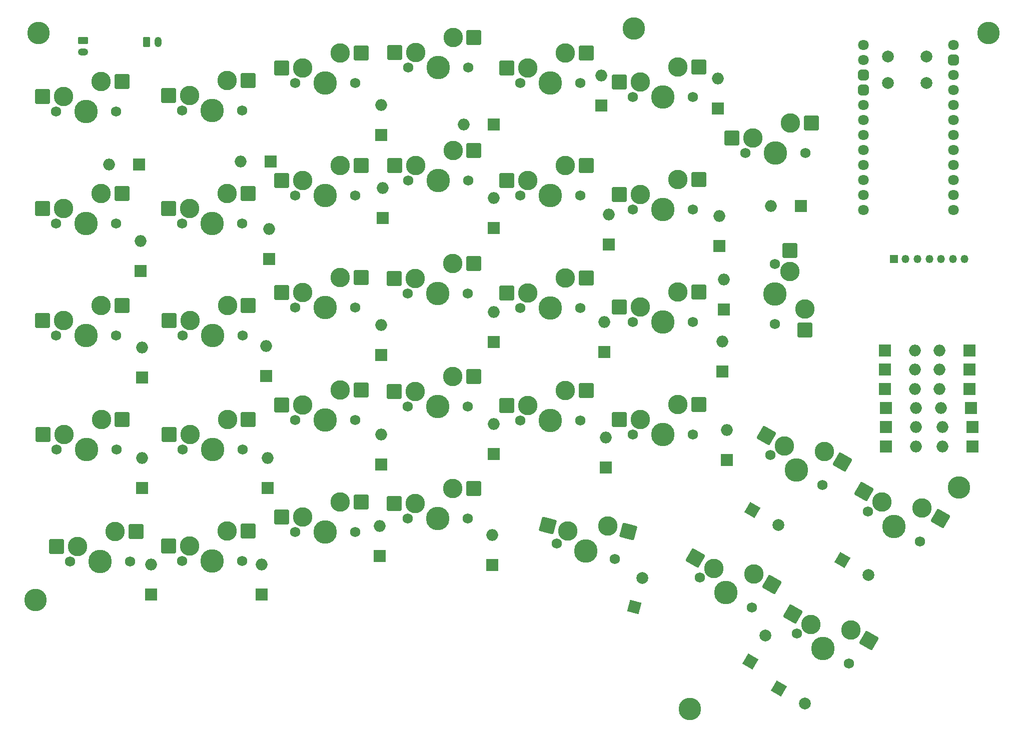
<source format=gbs>
%TF.GenerationSoftware,KiCad,Pcbnew,8.0.2-1*%
%TF.CreationDate,2024-06-04T23:34:33+02:00*%
%TF.ProjectId,keyboard,6b657962-6f61-4726-942e-6b696361645f,rev?*%
%TF.SameCoordinates,Original*%
%TF.FileFunction,Soldermask,Bot*%
%TF.FilePolarity,Negative*%
%FSLAX46Y46*%
G04 Gerber Fmt 4.6, Leading zero omitted, Abs format (unit mm)*
G04 Created by KiCad (PCBNEW 8.0.2-1) date 2024-06-04 23:34:33*
%MOMM*%
%LPD*%
G01*
G04 APERTURE LIST*
G04 Aperture macros list*
%AMRoundRect*
0 Rectangle with rounded corners*
0 $1 Rounding radius*
0 $2 $3 $4 $5 $6 $7 $8 $9 X,Y pos of 4 corners*
0 Add a 4 corners polygon primitive as box body*
4,1,4,$2,$3,$4,$5,$6,$7,$8,$9,$2,$3,0*
0 Add four circle primitives for the rounded corners*
1,1,$1+$1,$2,$3*
1,1,$1+$1,$4,$5*
1,1,$1+$1,$6,$7*
1,1,$1+$1,$8,$9*
0 Add four rect primitives between the rounded corners*
20,1,$1+$1,$2,$3,$4,$5,0*
20,1,$1+$1,$4,$5,$6,$7,0*
20,1,$1+$1,$6,$7,$8,$9,0*
20,1,$1+$1,$8,$9,$2,$3,0*%
%AMHorizOval*
0 Thick line with rounded ends*
0 $1 width*
0 $2 $3 position (X,Y) of the first rounded end (center of the circle)*
0 $4 $5 position (X,Y) of the second rounded end (center of the circle)*
0 Add line between two ends*
20,1,$1,$2,$3,$4,$5,0*
0 Add two circle primitives to create the rounded ends*
1,1,$1,$2,$3*
1,1,$1,$4,$5*%
%AMRotRect*
0 Rectangle, with rotation*
0 The origin of the aperture is its center*
0 $1 length*
0 $2 width*
0 $3 Rotation angle, in degrees counterclockwise*
0 Add horizontal line*
21,1,$1,$2,0,0,$3*%
G04 Aperture macros list end*
%ADD10C,3.800000*%
%ADD11C,1.800000*%
%ADD12RoundRect,0.450000X-0.450000X-0.450000X0.450000X-0.450000X0.450000X0.450000X-0.450000X0.450000X0*%
%ADD13R,1.350000X1.350000*%
%ADD14O,1.350000X1.350000*%
%ADD15R,2.000000X2.000000*%
%ADD16O,2.000000X2.000000*%
%ADD17C,1.750000*%
%ADD18C,3.987800*%
%ADD19C,3.300000*%
%ADD20RoundRect,0.250000X1.000000X-1.025000X1.000000X1.025000X-1.000000X1.025000X-1.000000X-1.025000X0*%
%ADD21RoundRect,0.250000X1.025000X1.000000X-1.025000X1.000000X-1.025000X-1.000000X1.025000X-1.000000X0*%
%ADD22RotRect,2.000000X2.000000X330.000000*%
%ADD23HorizOval,2.000000X0.000000X0.000000X0.000000X0.000000X0*%
%ADD24RoundRect,0.250000X1.387676X0.353525X-0.387676X1.378525X-1.387676X-0.353525X0.387676X-1.378525X0*%
%ADD25RoundRect,0.250000X-0.625000X0.350000X-0.625000X-0.350000X0.625000X-0.350000X0.625000X0.350000X0*%
%ADD26O,1.750000X1.200000*%
%ADD27RotRect,2.000000X2.000000X60.000000*%
%ADD28HorizOval,2.000000X0.000000X0.000000X0.000000X0.000000X0*%
%ADD29RoundRect,0.250000X1.248893X0.700636X-0.731255X1.231215X-1.248893X-0.700636X0.731255X-1.231215X0*%
%ADD30RotRect,2.000000X2.000000X75.000000*%
%ADD31HorizOval,2.000000X0.000000X0.000000X0.000000X0.000000X0*%
%ADD32RoundRect,0.250000X-0.350000X-0.625000X0.350000X-0.625000X0.350000X0.625000X-0.350000X0.625000X0*%
%ADD33O,1.200000X1.750000*%
%ADD34C,2.000000*%
G04 APERTURE END LIST*
D10*
%TO.C,H1*%
X198250000Y-107500000D03*
%TD*%
%TO.C,H2*%
X42500000Y-30500000D03*
%TD*%
%TO.C,H3*%
X152750000Y-145000000D03*
%TD*%
%TO.C,H6*%
X143250000Y-29750000D03*
%TD*%
D11*
%TO.C,U1*%
X182130000Y-32530000D03*
X182130000Y-35070000D03*
D12*
X182130000Y-37610000D03*
X182130000Y-40150000D03*
D11*
X182130000Y-42690000D03*
X182130000Y-45230000D03*
X182130000Y-47770000D03*
X182130000Y-50310000D03*
X182130000Y-52850000D03*
X182130000Y-55390000D03*
X182130000Y-57930000D03*
X182130000Y-60470000D03*
X197370000Y-32530000D03*
D12*
X197370000Y-35070000D03*
D11*
X197370000Y-37610000D03*
X197370000Y-40150000D03*
X197370000Y-42690000D03*
X197370000Y-45230000D03*
X197370000Y-47770000D03*
X197370000Y-50310000D03*
X197370000Y-52850000D03*
X197370000Y-55390000D03*
X197370000Y-57930000D03*
X197370000Y-60470000D03*
%TD*%
D10*
%TO.C,H7*%
X203250000Y-30500000D03*
%TD*%
%TO.C,H5*%
X42000000Y-126500000D03*
%TD*%
D13*
%TO.C,Display*%
X187250000Y-68750000D03*
D14*
X189250000Y-68750000D03*
X191250000Y-68750000D03*
X193250000Y-68750000D03*
X195250000Y-68750000D03*
X197250000Y-68750000D03*
X199250000Y-68750000D03*
%TD*%
D15*
%TO.C,D[3:2]1*%
X100750000Y-61790000D03*
D16*
X100750000Y-56710000D03*
%TD*%
D17*
%TO.C,SW_[7:2]1*%
X167150000Y-79750000D03*
D18*
X167150000Y-74670000D03*
D17*
X167150000Y-69590000D03*
D19*
X169690000Y-70860000D03*
D20*
X169690000Y-67310000D03*
X172230000Y-80760000D03*
D19*
X172230000Y-77210000D03*
%TD*%
D17*
%TO.C,SW_[1:4]1*%
X55660000Y-101000000D03*
D18*
X50580000Y-101000000D03*
D17*
X45500000Y-101000000D03*
D19*
X46770000Y-98460000D03*
D21*
X43220000Y-98460000D03*
X56670000Y-95920000D03*
D19*
X53120000Y-95920000D03*
%TD*%
D15*
%TO.C,D_I_[6:2]1*%
X200040000Y-84250000D03*
D16*
X194960000Y-84250000D03*
%TD*%
D15*
%TO.C,D_I[1:2]1*%
X200540000Y-100500000D03*
D16*
X195460000Y-100500000D03*
%TD*%
D15*
%TO.C,D[4:2]1*%
X119500000Y-63540000D03*
D16*
X119500000Y-58460000D03*
%TD*%
D15*
%TO.C,D[5:1]1*%
X137750000Y-42790000D03*
D16*
X137750000Y-37710000D03*
%TD*%
D15*
%TO.C,D[1:5]1*%
X61540000Y-125540000D03*
D16*
X61540000Y-120460000D03*
%TD*%
D15*
%TO.C,D[6:2]1*%
X157750000Y-66540000D03*
D16*
X157750000Y-61460000D03*
%TD*%
D15*
%TO.C,D_I_[2:1]1*%
X185960000Y-97250000D03*
D16*
X191040000Y-97250000D03*
%TD*%
D17*
%TO.C,SW_[6:1]1*%
X153230000Y-41300000D03*
D18*
X148150000Y-41300000D03*
D17*
X143070000Y-41300000D03*
D19*
X144340000Y-38760000D03*
D21*
X140790000Y-38760000D03*
X154240000Y-36220000D03*
D19*
X150690000Y-36220000D03*
%TD*%
D15*
%TO.C,D_I_[2:2]1*%
X200540000Y-97250000D03*
D16*
X195460000Y-97250000D03*
%TD*%
D15*
%TO.C,D[5:2]1*%
X139000000Y-66290000D03*
D16*
X139000000Y-61210000D03*
%TD*%
D17*
%TO.C,SW_[2:4]1*%
X77000000Y-101000000D03*
D18*
X71920000Y-101000000D03*
D17*
X66840000Y-101000000D03*
D19*
X68110000Y-98460000D03*
D21*
X64560000Y-98460000D03*
X78010000Y-95920000D03*
D19*
X74460000Y-95920000D03*
%TD*%
D17*
%TO.C,SW_[2:5]1*%
X76944800Y-119930500D03*
D18*
X71864800Y-119930500D03*
D17*
X66784800Y-119930500D03*
D19*
X68054800Y-117390500D03*
D21*
X64504800Y-117390500D03*
X77954800Y-114850500D03*
D19*
X74404800Y-114850500D03*
%TD*%
D15*
%TO.C,D_I_[4:1]1*%
X185710000Y-90750000D03*
D16*
X190790000Y-90750000D03*
%TD*%
D17*
%TO.C,SW_[1:3]1*%
X55580000Y-81750000D03*
D18*
X50500000Y-81750000D03*
D17*
X45420000Y-81750000D03*
D19*
X46690000Y-79210000D03*
D21*
X43140000Y-79210000D03*
X56590000Y-76670000D03*
D19*
X53040000Y-76670000D03*
%TD*%
D15*
%TO.C,D[6:1]1*%
X157500000Y-43290000D03*
D16*
X157500000Y-38210000D03*
%TD*%
D15*
%TO.C,D[4:5]1*%
X119250000Y-120540000D03*
D16*
X119250000Y-115460000D03*
%TD*%
D22*
%TO.C,D[7:3]1*%
X163300296Y-111230000D03*
D23*
X167699705Y-113770000D03*
%TD*%
D17*
%TO.C,SW_[6:5]1*%
X163199409Y-127790001D03*
D18*
X158800000Y-125250000D03*
D17*
X154400591Y-122709999D03*
D19*
X156770444Y-121145295D03*
D24*
X153696053Y-119370295D03*
X166614095Y-123895591D03*
D19*
X163539705Y-122120591D03*
%TD*%
D17*
%TO.C,SW_[2:2]1*%
X76944800Y-62750000D03*
D18*
X71864800Y-62750000D03*
D17*
X66784800Y-62750000D03*
D19*
X68054800Y-60210000D03*
D21*
X64504800Y-60210000D03*
X77954800Y-57670000D03*
D19*
X74404800Y-57670000D03*
%TD*%
D25*
%TO.C,Battery1*%
X50000000Y-31750000D03*
D26*
X50000000Y-33750000D03*
%TD*%
D17*
%TO.C,SW_[4:3]1*%
X115144800Y-74630500D03*
D18*
X110064800Y-74630500D03*
D17*
X104984800Y-74630500D03*
D19*
X106254800Y-72090500D03*
D21*
X102704800Y-72090500D03*
X116154800Y-69550500D03*
D19*
X112604800Y-69550500D03*
%TD*%
D15*
%TO.C,D[1:1]1*%
X59540000Y-52750000D03*
D16*
X54460000Y-52750000D03*
%TD*%
D15*
%TO.C,D[4:1]1*%
X119540000Y-46000000D03*
D16*
X114460000Y-46000000D03*
%TD*%
D15*
%TO.C,D[2:4]1*%
X81250000Y-107540000D03*
D16*
X81250000Y-102460000D03*
%TD*%
%TO.C,D[1:4]1*%
X60000000Y-102460000D03*
D15*
X60000000Y-107540000D03*
%TD*%
D27*
%TO.C,D[6:5]1*%
X162980000Y-136949705D03*
D28*
X165520000Y-132550296D03*
%TD*%
D17*
%TO.C,SW_[6:4]1*%
X153230000Y-98450000D03*
D18*
X148150000Y-98450000D03*
D17*
X143070000Y-98450000D03*
D19*
X144340000Y-95910000D03*
D21*
X140790000Y-95910000D03*
X154240000Y-93370000D03*
D19*
X150690000Y-93370000D03*
%TD*%
D17*
%TO.C,SW_[5:5]1*%
X140000004Y-119550001D03*
D18*
X135093100Y-118235200D03*
D17*
X130186196Y-116920399D03*
D19*
X132070323Y-114795649D03*
D29*
X128641286Y-113876841D03*
X142290389Y-114904505D03*
D19*
X138861354Y-113985696D03*
%TD*%
D15*
%TO.C,D[6:4]1*%
X159000000Y-102790000D03*
D16*
X159000000Y-97710000D03*
%TD*%
D17*
%TO.C,SW_[7:3]1*%
X175150009Y-107050000D03*
D18*
X170750600Y-104510000D03*
D17*
X166351191Y-101970000D03*
D19*
X168721044Y-100405295D03*
D24*
X165646653Y-98630295D03*
X178564695Y-103155591D03*
D19*
X175490305Y-101380591D03*
%TD*%
D17*
%TO.C,SW_[3:1]1*%
X96080000Y-38950600D03*
D18*
X91000000Y-38950600D03*
D17*
X85920000Y-38950600D03*
D19*
X87190000Y-36410600D03*
D21*
X83640000Y-36410600D03*
X97090000Y-33870600D03*
D19*
X93540000Y-33870600D03*
%TD*%
D15*
%TO.C,D_I_[5:1]1*%
X185710000Y-87500000D03*
D16*
X190790000Y-87500000D03*
%TD*%
D17*
%TO.C,SW_[6:2]1*%
X153230000Y-60350000D03*
D18*
X148150000Y-60350000D03*
D17*
X143070000Y-60350000D03*
D19*
X144340000Y-57810000D03*
D21*
X140790000Y-57810000D03*
X154240000Y-55270000D03*
D19*
X150690000Y-55270000D03*
%TD*%
D15*
%TO.C,D[5:4]1*%
X138500000Y-104040000D03*
D16*
X138500000Y-98960000D03*
%TD*%
D30*
%TO.C,D[5:5]1*%
X143342600Y-127703452D03*
D31*
X144657401Y-122796549D03*
%TD*%
D15*
%TO.C,D[1:2]1*%
X59750000Y-70790000D03*
D16*
X59750000Y-65710000D03*
%TD*%
D15*
%TO.C,D[2:3]1*%
X81000000Y-88540000D03*
D16*
X81000000Y-83460000D03*
%TD*%
D17*
%TO.C,SW_[5:3]1*%
X134180000Y-77050000D03*
D18*
X129100000Y-77050000D03*
D17*
X124020000Y-77050000D03*
D19*
X125290000Y-74510000D03*
D21*
X121740000Y-74510000D03*
X135190000Y-71970000D03*
D19*
X131640000Y-71970000D03*
%TD*%
D15*
%TO.C,D[2:2]1*%
X81500000Y-68790000D03*
D16*
X81500000Y-63710000D03*
%TD*%
D17*
%TO.C,SW_[3:4]1*%
X96080000Y-96000000D03*
D18*
X91000000Y-96000000D03*
D17*
X85920000Y-96000000D03*
D19*
X87190000Y-93460000D03*
D21*
X83640000Y-93460000D03*
X97090000Y-90920000D03*
D19*
X93540000Y-90920000D03*
%TD*%
D15*
%TO.C,D[3:5]1*%
X100250000Y-119040000D03*
D16*
X100250000Y-113960000D03*
%TD*%
D15*
%TO.C,D[1:3]1*%
X60000000Y-88790000D03*
D16*
X60000000Y-83710000D03*
%TD*%
D15*
%TO.C,D[4:4]1*%
X119500000Y-101790000D03*
D16*
X119500000Y-96710000D03*
%TD*%
D15*
%TO.C,D_I_[5:2]1*%
X200040000Y-87500000D03*
D16*
X194960000Y-87500000D03*
%TD*%
D17*
%TO.C,SW_[5:1]1*%
X134180000Y-38950000D03*
D18*
X129100000Y-38950000D03*
D17*
X124020000Y-38950000D03*
D19*
X125290000Y-36410000D03*
D21*
X121740000Y-36410000D03*
X135190000Y-33870000D03*
D19*
X131640000Y-33870000D03*
%TD*%
D15*
%TO.C,D[7:1]1*%
X171540000Y-59750000D03*
D16*
X166460000Y-59750000D03*
%TD*%
D15*
%TO.C,DI_[1:1]1*%
X185960000Y-100500000D03*
D16*
X191040000Y-100500000D03*
%TD*%
D17*
%TO.C,SW_[4:5]1*%
X115160000Y-112750000D03*
D18*
X110080000Y-112750000D03*
D17*
X105000000Y-112750000D03*
D19*
X106270000Y-110210000D03*
D21*
X102720000Y-110210000D03*
X116170000Y-107670000D03*
D19*
X112620000Y-107670000D03*
%TD*%
D17*
%TO.C,SW_[1:5]1*%
X58000000Y-120000000D03*
D18*
X52920000Y-120000000D03*
D17*
X47840000Y-120000000D03*
D19*
X49110000Y-117460000D03*
D21*
X45560000Y-117460000D03*
X59010000Y-114920000D03*
D19*
X55460000Y-114920000D03*
%TD*%
D15*
%TO.C,D_I_[3:1]1*%
X185920000Y-94000000D03*
D16*
X191000000Y-94000000D03*
%TD*%
D17*
%TO.C,SW_[4:4]1*%
X115160000Y-93750000D03*
D18*
X110080000Y-93750000D03*
D17*
X105000000Y-93750000D03*
D19*
X106270000Y-91210000D03*
D21*
X102720000Y-91210000D03*
X116170000Y-88670000D03*
D19*
X112620000Y-88670000D03*
%TD*%
D17*
%TO.C,SW_[2:1]1*%
X76960000Y-43600000D03*
D18*
X71880000Y-43600000D03*
D17*
X66800000Y-43600000D03*
D19*
X68070000Y-41060000D03*
D21*
X64520000Y-41060000D03*
X77970000Y-38520000D03*
D19*
X74420000Y-38520000D03*
%TD*%
D15*
%TO.C,D[7:2]1*%
X158500000Y-77290000D03*
D16*
X158500000Y-72210000D03*
%TD*%
D17*
%TO.C,SW_[5:4]1*%
X134180000Y-96100000D03*
D18*
X129100000Y-96100000D03*
D17*
X124020000Y-96100000D03*
D19*
X125290000Y-93560000D03*
D21*
X121740000Y-93560000D03*
X135190000Y-91020000D03*
D19*
X131640000Y-91020000D03*
%TD*%
D15*
%TO.C,D[2:5]1*%
X80250000Y-125540000D03*
D16*
X80250000Y-120460000D03*
%TD*%
D22*
%TO.C,D[7:5]1*%
X167800295Y-141480000D03*
D23*
X172199704Y-144020000D03*
%TD*%
D17*
%TO.C,SW_[2:3]1*%
X77000000Y-81750000D03*
D18*
X71920000Y-81750000D03*
D17*
X66840000Y-81750000D03*
D19*
X68110000Y-79210000D03*
D21*
X64560000Y-79210000D03*
X78010000Y-76670000D03*
D19*
X74460000Y-76670000D03*
%TD*%
D32*
%TO.C,ON/OFF1*%
X60750000Y-32000000D03*
D33*
X62750000Y-32000000D03*
%TD*%
D19*
%TO.C,SW_[4:2]1*%
X112640000Y-50420000D03*
D21*
X116190000Y-50420000D03*
X102740000Y-52960000D03*
D19*
X106290000Y-52960000D03*
D17*
X105020000Y-55500000D03*
D18*
X110100000Y-55500000D03*
D17*
X115180000Y-55500000D03*
%TD*%
D34*
%TO.C,SW1*%
X192750000Y-34500000D03*
X186250000Y-34500000D03*
X192750000Y-39000000D03*
X186250000Y-39000000D03*
%TD*%
D17*
%TO.C,SW_[4:1]1*%
X115180000Y-36350000D03*
D18*
X110100000Y-36350000D03*
D17*
X105020000Y-36350000D03*
D19*
X106290000Y-33810000D03*
D21*
X102740000Y-33810000D03*
X116190000Y-31270000D03*
D19*
X112640000Y-31270000D03*
%TD*%
D22*
%TO.C,D[7:4]1*%
X178550295Y-119730000D03*
D23*
X182949704Y-122270000D03*
%TD*%
D17*
%TO.C,SW_[3:5]1*%
X96080000Y-115000000D03*
D18*
X91000000Y-115000000D03*
D17*
X85920000Y-115000000D03*
D19*
X87190000Y-112460000D03*
D21*
X83640000Y-112460000D03*
X97090000Y-109920000D03*
D19*
X93540000Y-109920000D03*
%TD*%
D15*
%TO.C,D[3:3]1*%
X100500000Y-85040000D03*
D16*
X100500000Y-79960000D03*
%TD*%
D15*
%TO.C,D[3:4]1*%
X100500000Y-103540000D03*
D16*
X100500000Y-98460000D03*
%TD*%
D17*
%TO.C,SW_[7:4]1*%
X191699409Y-116590000D03*
D18*
X187300000Y-114050000D03*
D17*
X182900591Y-111510000D03*
D19*
X185270444Y-109945295D03*
D24*
X182196053Y-108170295D03*
X195114095Y-112695591D03*
D19*
X192039705Y-110920591D03*
%TD*%
D17*
%TO.C,SW_[1:1]1*%
X55580000Y-43750000D03*
D18*
X50500000Y-43750000D03*
D17*
X45420000Y-43750000D03*
D19*
X46690000Y-41210000D03*
D21*
X43140000Y-41210000D03*
X56590000Y-38670000D03*
D19*
X53040000Y-38670000D03*
%TD*%
D15*
%TO.C,D_I_[4:2]1*%
X200040000Y-90750000D03*
D16*
X194960000Y-90750000D03*
%TD*%
D15*
%TO.C,D_I_[3:2]1*%
X200290000Y-94000000D03*
D16*
X195210000Y-94000000D03*
%TD*%
D15*
%TO.C,D_I_[6:1]1*%
X185710000Y-84250000D03*
D16*
X190790000Y-84250000D03*
%TD*%
D17*
%TO.C,SW_[5:2]1*%
X134180000Y-58000000D03*
D18*
X129100000Y-58000000D03*
D17*
X124020000Y-58000000D03*
D19*
X125290000Y-55460000D03*
D21*
X121740000Y-55460000D03*
X135190000Y-52920000D03*
D19*
X131640000Y-52920000D03*
%TD*%
D15*
%TO.C,D[6:3]1*%
X158250000Y-87790000D03*
D16*
X158250000Y-82710000D03*
%TD*%
D17*
%TO.C,SW_[3:2]1*%
X96080000Y-58000100D03*
D18*
X91000000Y-58000100D03*
D17*
X85920000Y-58000100D03*
D19*
X87190000Y-55460100D03*
D21*
X83640000Y-55460100D03*
X97090000Y-52920100D03*
D19*
X93540000Y-52920100D03*
%TD*%
D15*
%TO.C,D[5:3]1*%
X138250000Y-84540000D03*
D16*
X138250000Y-79460000D03*
%TD*%
D15*
%TO.C,D[4:3]1*%
X119500000Y-82790000D03*
D16*
X119500000Y-77710000D03*
%TD*%
D17*
%TO.C,SW_[1:2]1*%
X55580000Y-62750000D03*
D18*
X50500000Y-62750000D03*
D17*
X45420000Y-62750000D03*
D19*
X46690000Y-60210000D03*
D21*
X43140000Y-60210000D03*
X56590000Y-57670000D03*
D19*
X53040000Y-57670000D03*
%TD*%
D16*
%TO.C,D[2:1]1*%
X76710000Y-52250000D03*
D15*
X81790000Y-52250000D03*
%TD*%
D17*
%TO.C,SW_[3:3]1*%
X96080000Y-77000000D03*
D18*
X91000000Y-77000000D03*
D17*
X85920000Y-77000000D03*
D19*
X87190000Y-74460000D03*
D21*
X83640000Y-74460000D03*
X97090000Y-71920000D03*
D19*
X93540000Y-71920000D03*
%TD*%
D17*
%TO.C,SW_[7:1]1*%
X172280000Y-50850000D03*
D18*
X167200000Y-50850000D03*
D17*
X162120000Y-50850000D03*
D19*
X163390000Y-48310000D03*
D21*
X159840000Y-48310000D03*
X173290000Y-45770000D03*
D19*
X169740000Y-45770000D03*
%TD*%
D16*
%TO.C,D[3:1]1*%
X100500000Y-42710000D03*
D15*
X100500000Y-47790000D03*
%TD*%
D17*
%TO.C,SW_[7:5]1*%
X179649409Y-137290000D03*
D18*
X175250000Y-134750000D03*
D17*
X170850591Y-132210000D03*
D19*
X173220444Y-130645295D03*
D24*
X170146053Y-128870295D03*
X183064095Y-133395591D03*
D19*
X179989705Y-131620591D03*
%TD*%
D17*
%TO.C,SW_[6:3]1*%
X153230000Y-79430500D03*
D18*
X148150000Y-79430500D03*
D17*
X143070000Y-79430500D03*
D19*
X144340000Y-76890500D03*
D21*
X140790000Y-76890500D03*
X154240000Y-74350500D03*
D19*
X150690000Y-74350500D03*
%TD*%
M02*

</source>
